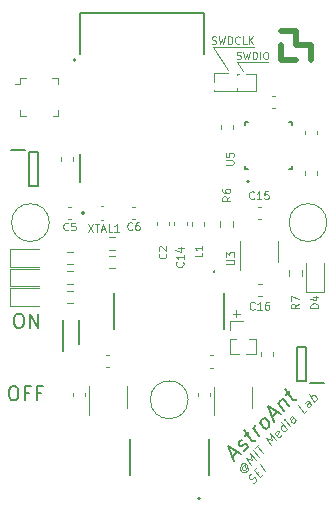
<source format=gbr>
%TF.GenerationSoftware,KiCad,Pcbnew,(5.1.8)-1*%
%TF.CreationDate,2021-09-07T20:43:03-04:00*%
%TF.ProjectId,mainboard_v1,6d61696e-626f-4617-9264-5f76312e6b69,rev?*%
%TF.SameCoordinates,Original*%
%TF.FileFunction,Legend,Top*%
%TF.FilePolarity,Positive*%
%FSLAX46Y46*%
G04 Gerber Fmt 4.6, Leading zero omitted, Abs format (unit mm)*
G04 Created by KiCad (PCBNEW (5.1.8)-1) date 2021-09-07 20:43:03*
%MOMM*%
%LPD*%
G01*
G04 APERTURE LIST*
%ADD10C,0.500000*%
%ADD11C,0.101600*%
%ADD12C,0.100000*%
%ADD13C,0.177800*%
%ADD14C,0.203200*%
%ADD15C,0.200000*%
%ADD16C,0.120000*%
%ADD17C,0.127000*%
G04 APERTURE END LIST*
D10*
X199500000Y-94250000D02*
X199500000Y-93000000D01*
X199500000Y-94250000D02*
X200750000Y-94250000D01*
X202000000Y-93000000D02*
X202000000Y-94250000D01*
X200750000Y-93000000D02*
X202000000Y-93000000D01*
X200750000Y-91750000D02*
X200750000Y-93000000D01*
X199500000Y-91750000D02*
X200750000Y-91750000D01*
D11*
X197170000Y-93140000D02*
X193710000Y-93140000D01*
X198350000Y-94370000D02*
X195770000Y-94370000D01*
X196280000Y-95160000D02*
X195780000Y-94380000D01*
X195000000Y-95060000D02*
X193710000Y-93150000D01*
D12*
X195365238Y-115727142D02*
X195974761Y-115727142D01*
X195670000Y-116031904D02*
X195670000Y-115422380D01*
X195714404Y-94117023D02*
X195805119Y-94147261D01*
X195956309Y-94147261D01*
X196016785Y-94117023D01*
X196047023Y-94086785D01*
X196077261Y-94026309D01*
X196077261Y-93965833D01*
X196047023Y-93905357D01*
X196016785Y-93875119D01*
X195956309Y-93844880D01*
X195835357Y-93814642D01*
X195774880Y-93784404D01*
X195744642Y-93754166D01*
X195714404Y-93693690D01*
X195714404Y-93633214D01*
X195744642Y-93572738D01*
X195774880Y-93542500D01*
X195835357Y-93512261D01*
X195986547Y-93512261D01*
X196077261Y-93542500D01*
X196288928Y-93512261D02*
X196440119Y-94147261D01*
X196561071Y-93693690D01*
X196682023Y-94147261D01*
X196833214Y-93512261D01*
X197075119Y-94147261D02*
X197075119Y-93512261D01*
X197226309Y-93512261D01*
X197317023Y-93542500D01*
X197377500Y-93602976D01*
X197407738Y-93663452D01*
X197437976Y-93784404D01*
X197437976Y-93875119D01*
X197407738Y-93996071D01*
X197377500Y-94056547D01*
X197317023Y-94117023D01*
X197226309Y-94147261D01*
X197075119Y-94147261D01*
X197710119Y-94147261D02*
X197710119Y-93512261D01*
X198133452Y-93512261D02*
X198254404Y-93512261D01*
X198314880Y-93542500D01*
X198375357Y-93602976D01*
X198405595Y-93723928D01*
X198405595Y-93935595D01*
X198375357Y-94056547D01*
X198314880Y-94117023D01*
X198254404Y-94147261D01*
X198133452Y-94147261D01*
X198072976Y-94117023D01*
X198012500Y-94056547D01*
X197982261Y-93935595D01*
X197982261Y-93723928D01*
X198012500Y-93602976D01*
X198072976Y-93542500D01*
X198133452Y-93512261D01*
X193616190Y-92837023D02*
X193706904Y-92867261D01*
X193858095Y-92867261D01*
X193918571Y-92837023D01*
X193948809Y-92806785D01*
X193979047Y-92746309D01*
X193979047Y-92685833D01*
X193948809Y-92625357D01*
X193918571Y-92595119D01*
X193858095Y-92564880D01*
X193737142Y-92534642D01*
X193676666Y-92504404D01*
X193646428Y-92474166D01*
X193616190Y-92413690D01*
X193616190Y-92353214D01*
X193646428Y-92292738D01*
X193676666Y-92262500D01*
X193737142Y-92232261D01*
X193888333Y-92232261D01*
X193979047Y-92262500D01*
X194190714Y-92232261D02*
X194341904Y-92867261D01*
X194462857Y-92413690D01*
X194583809Y-92867261D01*
X194735000Y-92232261D01*
X194976904Y-92867261D02*
X194976904Y-92232261D01*
X195128095Y-92232261D01*
X195218809Y-92262500D01*
X195279285Y-92322976D01*
X195309523Y-92383452D01*
X195339761Y-92504404D01*
X195339761Y-92595119D01*
X195309523Y-92716071D01*
X195279285Y-92776547D01*
X195218809Y-92837023D01*
X195128095Y-92867261D01*
X194976904Y-92867261D01*
X195974761Y-92806785D02*
X195944523Y-92837023D01*
X195853809Y-92867261D01*
X195793333Y-92867261D01*
X195702619Y-92837023D01*
X195642142Y-92776547D01*
X195611904Y-92716071D01*
X195581666Y-92595119D01*
X195581666Y-92504404D01*
X195611904Y-92383452D01*
X195642142Y-92322976D01*
X195702619Y-92262500D01*
X195793333Y-92232261D01*
X195853809Y-92232261D01*
X195944523Y-92262500D01*
X195974761Y-92292738D01*
X196549285Y-92867261D02*
X196246904Y-92867261D01*
X196246904Y-92232261D01*
X196760952Y-92867261D02*
X196760952Y-92232261D01*
X197123809Y-92867261D02*
X196851666Y-92504404D01*
X197123809Y-92232261D02*
X196760952Y-92595119D01*
D13*
X176727142Y-121842857D02*
X176955714Y-121842857D01*
X177070000Y-121900000D01*
X177184285Y-122014285D01*
X177241428Y-122242857D01*
X177241428Y-122642857D01*
X177184285Y-122871428D01*
X177070000Y-122985714D01*
X176955714Y-123042857D01*
X176727142Y-123042857D01*
X176612857Y-122985714D01*
X176498571Y-122871428D01*
X176441428Y-122642857D01*
X176441428Y-122242857D01*
X176498571Y-122014285D01*
X176612857Y-121900000D01*
X176727142Y-121842857D01*
X178155714Y-122414285D02*
X177755714Y-122414285D01*
X177755714Y-123042857D02*
X177755714Y-121842857D01*
X178327142Y-121842857D01*
X179184285Y-122414285D02*
X178784285Y-122414285D01*
X178784285Y-123042857D02*
X178784285Y-121842857D01*
X179355714Y-121842857D01*
X177157142Y-115702857D02*
X177385714Y-115702857D01*
X177500000Y-115760000D01*
X177614285Y-115874285D01*
X177671428Y-116102857D01*
X177671428Y-116502857D01*
X177614285Y-116731428D01*
X177500000Y-116845714D01*
X177385714Y-116902857D01*
X177157142Y-116902857D01*
X177042857Y-116845714D01*
X176928571Y-116731428D01*
X176871428Y-116502857D01*
X176871428Y-116102857D01*
X176928571Y-115874285D01*
X177042857Y-115760000D01*
X177157142Y-115702857D01*
X178185714Y-116902857D02*
X178185714Y-115702857D01*
X178871428Y-116902857D01*
X178871428Y-115702857D01*
D11*
X196380956Y-128563319D02*
X196332848Y-128560112D01*
X196259081Y-128582562D01*
X196207766Y-128633878D01*
X196178900Y-128714059D01*
X196175693Y-128768582D01*
X196194937Y-128851970D01*
X196239838Y-128909700D01*
X196310397Y-128941773D01*
X196358506Y-128944980D01*
X196432272Y-128922529D01*
X196483588Y-128871213D01*
X196512453Y-128791033D01*
X196515660Y-128736510D01*
X196336055Y-128505589D02*
X196515660Y-128736510D01*
X196563769Y-128739717D01*
X196589426Y-128714059D01*
X196618292Y-128633878D01*
X196599048Y-128550490D01*
X196486795Y-128406164D01*
X196368127Y-128370885D01*
X196246252Y-128390128D01*
X196121170Y-128463895D01*
X196040989Y-128595391D01*
X196008917Y-128730095D01*
X196024953Y-128868006D01*
X196089098Y-129009124D01*
X196204558Y-129098927D01*
X196323226Y-129134207D01*
X196445101Y-129114963D01*
X196570183Y-129041197D01*
X196650364Y-128909700D01*
X196682436Y-128774996D01*
X196964673Y-128492760D02*
X196493209Y-127886592D01*
X197009574Y-128139964D01*
X196852420Y-127527382D01*
X197323883Y-128133550D01*
X197580462Y-127876971D02*
X197108998Y-127270803D01*
X197288604Y-127091198D02*
X197596498Y-126783304D01*
X197914014Y-127543418D02*
X197442551Y-126937251D01*
X198658093Y-126799340D02*
X198186629Y-126193173D01*
X198702994Y-126446544D01*
X198545839Y-125833962D01*
X199017303Y-126440130D01*
X199456694Y-125949423D02*
X199427829Y-126029604D01*
X199325197Y-126132235D01*
X199251431Y-126154686D01*
X199180872Y-126122614D01*
X199001267Y-125891693D01*
X198982023Y-125808305D01*
X199010888Y-125728124D01*
X199113520Y-125625492D01*
X199187286Y-125603042D01*
X199257845Y-125635114D01*
X199302747Y-125692844D01*
X199091069Y-126007153D01*
X199966644Y-125490788D02*
X199495181Y-124884621D01*
X199944194Y-125461923D02*
X199915328Y-125542104D01*
X199812697Y-125644736D01*
X199738931Y-125667186D01*
X199690822Y-125663979D01*
X199620263Y-125631907D01*
X199485559Y-125458716D01*
X199466316Y-125375328D01*
X199469523Y-125320805D01*
X199498388Y-125240624D01*
X199601019Y-125137993D01*
X199674786Y-125115542D01*
X200223223Y-125234210D02*
X199908914Y-124830098D01*
X199751759Y-124628042D02*
X199748552Y-124682565D01*
X199796661Y-124685773D01*
X199799868Y-124631250D01*
X199751759Y-124628042D01*
X199796661Y-124685773D01*
X200710723Y-124746710D02*
X200463766Y-124429194D01*
X200393206Y-124397122D01*
X200319440Y-124419572D01*
X200216808Y-124522204D01*
X200187943Y-124602385D01*
X200688272Y-124717845D02*
X200659407Y-124798026D01*
X200531117Y-124926315D01*
X200457351Y-124948766D01*
X200386792Y-124916693D01*
X200341891Y-124858963D01*
X200322647Y-124775575D01*
X200351512Y-124695394D01*
X200479802Y-124567105D01*
X200508667Y-124486924D01*
X201634406Y-123823027D02*
X201377827Y-124079605D01*
X200906364Y-123473438D01*
X202044932Y-123412501D02*
X201797975Y-123094984D01*
X201727416Y-123062912D01*
X201653649Y-123085363D01*
X201551018Y-123187994D01*
X201522153Y-123268175D01*
X202022481Y-123383635D02*
X201993616Y-123463816D01*
X201865327Y-123592106D01*
X201791561Y-123614556D01*
X201721001Y-123582484D01*
X201676100Y-123524754D01*
X201656857Y-123441366D01*
X201685722Y-123361185D01*
X201814011Y-123232895D01*
X201842876Y-123152715D01*
X202301511Y-123155922D02*
X201830047Y-122549755D01*
X202009652Y-122780675D02*
X202038518Y-122700495D01*
X202141149Y-122597863D01*
X202214915Y-122575412D01*
X202263024Y-122578620D01*
X202333583Y-122610692D01*
X202468287Y-122783883D01*
X202487530Y-122867271D01*
X202484323Y-122921794D01*
X202455458Y-123001975D01*
X202352827Y-123104606D01*
X202279060Y-123127057D01*
X197103867Y-130062380D02*
X197203291Y-130014272D01*
X197331580Y-129885982D01*
X197360445Y-129805801D01*
X197363653Y-129751278D01*
X197344409Y-129667890D01*
X197299508Y-129610160D01*
X197228949Y-129578088D01*
X197180840Y-129574881D01*
X197107074Y-129597331D01*
X196981992Y-129671098D01*
X196908225Y-129693548D01*
X196860117Y-129690341D01*
X196789558Y-129658269D01*
X196744656Y-129600538D01*
X196725413Y-129517150D01*
X196728620Y-129462627D01*
X196757485Y-129382446D01*
X196885775Y-129254157D01*
X196985199Y-129206049D01*
X197418176Y-129234914D02*
X197597781Y-129055309D01*
X197921711Y-129295851D02*
X197665133Y-129552430D01*
X197193669Y-128946263D01*
X197450248Y-128689684D01*
X198152632Y-129064930D02*
X197681169Y-128458763D01*
D14*
X195345436Y-127843904D02*
X195773068Y-127416273D01*
X195484417Y-128218082D02*
X194997986Y-126908461D01*
X196083100Y-127619398D01*
X196302261Y-127314711D02*
X196425205Y-127277293D01*
X196596258Y-127106241D01*
X196644366Y-126972606D01*
X196612294Y-126833626D01*
X196574876Y-126785517D01*
X196457278Y-126732063D01*
X196334334Y-126769481D01*
X196206044Y-126897770D01*
X196083100Y-126935188D01*
X195965502Y-126881734D01*
X195928084Y-126833626D01*
X195896012Y-126694645D01*
X195944120Y-126561011D01*
X196072410Y-126432721D01*
X196195354Y-126395304D01*
X196457278Y-126047853D02*
X196799383Y-125705748D01*
X196323643Y-125582804D02*
X196997162Y-126448757D01*
X197114761Y-126502211D01*
X197237705Y-126464794D01*
X197323231Y-126379267D01*
X197622573Y-126079926D02*
X197098725Y-125406406D01*
X197248396Y-125598840D02*
X197216323Y-125459860D01*
X197221669Y-125368989D01*
X197269777Y-125235354D01*
X197355303Y-125149828D01*
X198306783Y-125395716D02*
X198183839Y-125433133D01*
X198103658Y-125427788D01*
X197986059Y-125374334D01*
X197761553Y-125085683D01*
X197729481Y-124946703D01*
X197734826Y-124855831D01*
X197782935Y-124722196D01*
X197911224Y-124593907D01*
X198034168Y-124556489D01*
X198114349Y-124561835D01*
X198231947Y-124615289D01*
X198456454Y-124903940D01*
X198488526Y-125042920D01*
X198483181Y-125133791D01*
X198435072Y-125267426D01*
X198306783Y-125395716D01*
X198723723Y-124465618D02*
X199151355Y-124037986D01*
X198862703Y-124839795D02*
X198376273Y-123530174D01*
X199461387Y-124241111D01*
X199236881Y-123268250D02*
X199760729Y-123941769D01*
X199311716Y-123364467D02*
X199317062Y-123273595D01*
X199365170Y-123139961D01*
X199493460Y-123011671D01*
X199616404Y-122974254D01*
X199734002Y-123027708D01*
X200145597Y-123556901D01*
X199921091Y-122584040D02*
X200263196Y-122241935D01*
X199787456Y-122118991D02*
X200460975Y-122984944D01*
X200578574Y-123038398D01*
X200701518Y-123000981D01*
X200787044Y-122915454D01*
D12*
%TO.C,S1*%
X177350000Y-95780000D02*
X177850000Y-95780000D01*
X177350000Y-96280000D02*
X176950000Y-96280000D01*
X177350000Y-95780000D02*
X177350000Y-96280000D01*
X180550000Y-95780000D02*
X180050000Y-95780000D01*
X180550000Y-95780000D02*
X180550000Y-96280000D01*
X180550000Y-98980000D02*
X180550000Y-98480000D01*
X180550000Y-98980000D02*
X180150000Y-98980000D01*
X177350000Y-98980000D02*
X177850000Y-98980000D01*
X177350000Y-98980000D02*
X177350000Y-98480000D01*
D15*
%TO.C,J6*%
X193810000Y-112200000D02*
X193810000Y-112200000D01*
X193810000Y-112100000D02*
X193810000Y-112100000D01*
X193810000Y-112200000D02*
X193810000Y-112200000D01*
X185325000Y-117000000D02*
X185325000Y-114000000D01*
X185325000Y-117000000D02*
X185325000Y-117000000D01*
X185325000Y-114000000D02*
X185325000Y-117000000D01*
X185325000Y-114000000D02*
X185325000Y-114000000D01*
X194675000Y-117000000D02*
X194675000Y-114000000D01*
X194675000Y-117000000D02*
X194675000Y-117000000D01*
X194675000Y-114000000D02*
X194675000Y-117000000D01*
X194675000Y-114000000D02*
X194675000Y-114000000D01*
X193810000Y-112100000D02*
G75*
G02*
X193810000Y-112200000I0J-50000D01*
G01*
X193810000Y-112200000D02*
G75*
G02*
X193810000Y-112100000I0J50000D01*
G01*
X193810000Y-112100000D02*
G75*
G02*
X193810000Y-112200000I0J-50000D01*
G01*
%TO.C,IC2*%
X203085000Y-121600000D02*
X201935000Y-121600000D01*
X201585000Y-118550000D02*
X201585000Y-121450000D01*
X200835000Y-118550000D02*
X201585000Y-118550000D01*
X200835000Y-121450000D02*
X200835000Y-118550000D01*
X201585000Y-121450000D02*
X200835000Y-121450000D01*
%TO.C,IC1*%
X176635000Y-101860000D02*
X177785000Y-101860000D01*
X178135000Y-104910000D02*
X178135000Y-102010000D01*
X178885000Y-104910000D02*
X178135000Y-104910000D01*
X178885000Y-102010000D02*
X178885000Y-104910000D01*
X178135000Y-102010000D02*
X178885000Y-102010000D01*
D12*
%TO.C,H1*%
X191600000Y-123000000D02*
G75*
G03*
X191600000Y-123000000I-1600000J0D01*
G01*
D16*
%TO.C,J4*%
X193830000Y-95310000D02*
X194960000Y-95310000D01*
X193830000Y-96070000D02*
X193830000Y-95310000D01*
X196537530Y-95375000D02*
X197360000Y-95375000D01*
X195720000Y-95375000D02*
X195922470Y-95375000D01*
X195720000Y-95506529D02*
X195720000Y-95375000D01*
X195720000Y-96776529D02*
X195720000Y-96633471D01*
X195523471Y-96830000D02*
X195666529Y-96830000D01*
X193830000Y-96830000D02*
X194396529Y-96830000D01*
X197360000Y-95375000D02*
X197360000Y-96765000D01*
X193830000Y-96830000D02*
X193830000Y-96765000D01*
X193830000Y-96830000D02*
X197360000Y-96830000D01*
D15*
%TO.C,C9*%
X180980000Y-116205000D02*
X180980000Y-118855000D01*
X182380000Y-118255000D02*
X182380000Y-116205000D01*
D16*
%TO.C,U7*%
X193770000Y-121880000D02*
X193770000Y-124330000D01*
X196990000Y-123680000D02*
X196990000Y-121880000D01*
%TO.C,C18*%
X192400000Y-122403733D02*
X192400000Y-122696267D01*
X193420000Y-122403733D02*
X193420000Y-122696267D01*
%TO.C,C17*%
X193423733Y-120270000D02*
X193716267Y-120270000D01*
X193423733Y-119250000D02*
X193716267Y-119250000D01*
D12*
%TO.C,XTAL1*%
X184210000Y-106580000D02*
X184410000Y-106580000D01*
X184210000Y-107780000D02*
X184410000Y-107780000D01*
D15*
X182710000Y-107080000D02*
X182710000Y-107080000D01*
X182710000Y-107280000D02*
X182710000Y-107280000D01*
X182710000Y-107080000D02*
G75*
G02*
X182710000Y-107280000I0J-100000D01*
G01*
X182710000Y-107280000D02*
G75*
G02*
X182710000Y-107080000I0J100000D01*
G01*
D16*
%TO.C,C16*%
X197523733Y-114200000D02*
X197816267Y-114200000D01*
X197523733Y-113180000D02*
X197816267Y-113180000D01*
%TO.C,C15*%
X197493733Y-107690000D02*
X197786267Y-107690000D01*
X197493733Y-106670000D02*
X197786267Y-106670000D01*
%TO.C,C14*%
X191470000Y-108236267D02*
X191470000Y-107943733D01*
X190450000Y-108236267D02*
X190450000Y-107943733D01*
D12*
%TO.C,H3*%
X203350000Y-108000000D02*
G75*
G03*
X203350000Y-108000000I-1600000J0D01*
G01*
%TO.C,H2*%
X179850000Y-108000000D02*
G75*
G03*
X179850000Y-108000000I-1600000J0D01*
G01*
D15*
%TO.C,J5*%
X192640000Y-131350000D02*
G75*
G03*
X192640000Y-131350000I-100000J0D01*
G01*
D17*
X193350000Y-126300000D02*
X193350000Y-129400000D01*
X186650000Y-129400000D02*
X186650000Y-126300000D01*
D16*
%TO.C,C12*%
X181820000Y-102453733D02*
X181820000Y-102746267D01*
X180800000Y-102453733D02*
X180800000Y-102746267D01*
%TO.C,C8*%
X198760000Y-118993733D02*
X198760000Y-119286267D01*
X197740000Y-118993733D02*
X197740000Y-119286267D01*
D15*
%TO.C,U5*%
X196780000Y-104500000D02*
G75*
G03*
X196780000Y-104500000I-100000J0D01*
G01*
D17*
X196691500Y-103500000D02*
X196430000Y-103500000D01*
X196430000Y-103500000D02*
X196430000Y-103238500D01*
X200430000Y-103238500D02*
X200430000Y-103500000D01*
X200430000Y-103500000D02*
X200168500Y-103500000D01*
X200168500Y-99500000D02*
X200430000Y-99500000D01*
X200430000Y-99500000D02*
X200430000Y-99761500D01*
X196430000Y-99761500D02*
X196430000Y-99500000D01*
X196430000Y-99500000D02*
X196691500Y-99500000D01*
D16*
%TO.C,C7*%
X195410000Y-99743733D02*
X195410000Y-100036267D01*
X194390000Y-99743733D02*
X194390000Y-100036267D01*
%TO.C,C4*%
X202490000Y-100233733D02*
X202490000Y-100526267D01*
X201470000Y-100233733D02*
X201470000Y-100526267D01*
%TO.C,C3*%
X201470000Y-103926267D02*
X201470000Y-103633733D01*
X202490000Y-103926267D02*
X202490000Y-103633733D01*
%TO.C,C1*%
X198663733Y-97310000D02*
X198956267Y-97310000D01*
X198663733Y-98330000D02*
X198956267Y-98330000D01*
%TO.C,U4*%
X186470000Y-123670000D02*
X186470000Y-121870000D01*
X183250000Y-121870000D02*
X183250000Y-124320000D01*
%TO.C,U3*%
X199190000Y-111360000D02*
X199190000Y-109560000D01*
X195970000Y-109560000D02*
X195970000Y-112010000D01*
D17*
%TO.C,U1*%
X182470000Y-93720000D02*
X182470000Y-90220000D01*
X182470000Y-90220000D02*
X192970000Y-90220000D01*
X192970000Y-90220000D02*
X192970000Y-93720000D01*
X182470000Y-102170000D02*
X182470000Y-104520000D01*
D15*
X182070000Y-94220000D02*
G75*
G03*
X182070000Y-94220000I-100000J0D01*
G01*
D16*
%TO.C,C2*%
X188930000Y-108236267D02*
X188930000Y-107943733D01*
X189950000Y-108236267D02*
X189950000Y-107943733D01*
%TO.C,C5*%
X181716267Y-107690000D02*
X181423733Y-107690000D01*
X181716267Y-106670000D02*
X181423733Y-106670000D01*
%TO.C,C6*%
X186823733Y-107690000D02*
X187116267Y-107690000D01*
X186823733Y-106670000D02*
X187116267Y-106670000D01*
%TO.C,C10*%
X184916267Y-120260000D02*
X184623733Y-120260000D01*
X184916267Y-119240000D02*
X184623733Y-119240000D01*
%TO.C,C11*%
X181860000Y-122393733D02*
X181860000Y-122686267D01*
X182880000Y-122393733D02*
X182880000Y-122686267D01*
%TO.C,D1*%
X176530000Y-111745000D02*
X178990000Y-111745000D01*
X176530000Y-110275000D02*
X176530000Y-111745000D01*
X178990000Y-110275000D02*
X176530000Y-110275000D01*
%TO.C,D2*%
X178990000Y-111925000D02*
X176530000Y-111925000D01*
X176530000Y-111925000D02*
X176530000Y-113395000D01*
X176530000Y-113395000D02*
X178990000Y-113395000D01*
%TO.C,D3*%
X176530000Y-115045000D02*
X178990000Y-115045000D01*
X176530000Y-113575000D02*
X176530000Y-115045000D01*
X178990000Y-113575000D02*
X176530000Y-113575000D01*
%TO.C,D4*%
X201605000Y-111410000D02*
X201605000Y-113870000D01*
X201605000Y-113870000D02*
X203075000Y-113870000D01*
X203075000Y-113870000D02*
X203075000Y-111410000D01*
%TO.C,J1*%
X195120000Y-116370000D02*
X196230000Y-116370000D01*
X195120000Y-117130000D02*
X195120000Y-116370000D01*
X196793471Y-117890000D02*
X197340000Y-117890000D01*
X195120000Y-117890000D02*
X195666529Y-117890000D01*
X197340000Y-117890000D02*
X197340000Y-119095000D01*
X195120000Y-117890000D02*
X195120000Y-119095000D01*
X196537530Y-119095000D02*
X197340000Y-119095000D01*
X195120000Y-119095000D02*
X195922470Y-119095000D01*
%TO.C,L1*%
X192990000Y-108261267D02*
X192990000Y-107918733D01*
X191970000Y-108261267D02*
X191970000Y-107918733D01*
%TO.C,R1*%
X185434724Y-110787500D02*
X184925276Y-110787500D01*
X185434724Y-111832500D02*
X184925276Y-111832500D01*
%TO.C,R2*%
X184925276Y-109247500D02*
X185434724Y-109247500D01*
X184925276Y-110292500D02*
X185434724Y-110292500D01*
%TO.C,R3*%
X181365276Y-111532500D02*
X181874724Y-111532500D01*
X181365276Y-110487500D02*
X181874724Y-110487500D01*
%TO.C,R4*%
X181365276Y-112137500D02*
X181874724Y-112137500D01*
X181365276Y-113182500D02*
X181874724Y-113182500D01*
%TO.C,R5*%
X181874724Y-114832500D02*
X181365276Y-114832500D01*
X181874724Y-113787500D02*
X181365276Y-113787500D01*
%TO.C,R6*%
X195362500Y-108354724D02*
X195362500Y-107845276D01*
X194317500Y-108354724D02*
X194317500Y-107845276D01*
%TO.C,R7*%
X200167500Y-112487224D02*
X200167500Y-111977776D01*
X201212500Y-112487224D02*
X201212500Y-111977776D01*
%TO.C,XTAL1*%
D11*
X183103476Y-108098352D02*
X183543742Y-108758752D01*
X183543742Y-108098352D02*
X183103476Y-108758752D01*
X183700980Y-108098352D02*
X184078352Y-108098352D01*
X183889666Y-108758752D02*
X183889666Y-108098352D01*
X184267038Y-108570066D02*
X184581514Y-108570066D01*
X184204142Y-108758752D02*
X184424276Y-108098352D01*
X184644409Y-108758752D01*
X185179019Y-108758752D02*
X184864542Y-108758752D01*
X184864542Y-108098352D01*
X185745076Y-108758752D02*
X185367704Y-108758752D01*
X185556390Y-108758752D02*
X185556390Y-108098352D01*
X185493495Y-108192695D01*
X185430600Y-108255590D01*
X185367704Y-108287038D01*
%TO.C,C16*%
X197225457Y-115315857D02*
X197194009Y-115347304D01*
X197099666Y-115378752D01*
X197036771Y-115378752D01*
X196942428Y-115347304D01*
X196879533Y-115284409D01*
X196848085Y-115221514D01*
X196816638Y-115095723D01*
X196816638Y-115001380D01*
X196848085Y-114875590D01*
X196879533Y-114812695D01*
X196942428Y-114749800D01*
X197036771Y-114718352D01*
X197099666Y-114718352D01*
X197194009Y-114749800D01*
X197225457Y-114781247D01*
X197854409Y-115378752D02*
X197477038Y-115378752D01*
X197665723Y-115378752D02*
X197665723Y-114718352D01*
X197602828Y-114812695D01*
X197539933Y-114875590D01*
X197477038Y-114907038D01*
X198420466Y-114718352D02*
X198294676Y-114718352D01*
X198231780Y-114749800D01*
X198200333Y-114781247D01*
X198137438Y-114875590D01*
X198105990Y-115001380D01*
X198105990Y-115252961D01*
X198137438Y-115315857D01*
X198168885Y-115347304D01*
X198231780Y-115378752D01*
X198357571Y-115378752D01*
X198420466Y-115347304D01*
X198451914Y-115315857D01*
X198483361Y-115252961D01*
X198483361Y-115095723D01*
X198451914Y-115032828D01*
X198420466Y-115001380D01*
X198357571Y-114969933D01*
X198231780Y-114969933D01*
X198168885Y-115001380D01*
X198137438Y-115032828D01*
X198105990Y-115095723D01*
%TO.C,C15*%
X197175457Y-105945857D02*
X197144009Y-105977304D01*
X197049666Y-106008752D01*
X196986771Y-106008752D01*
X196892428Y-105977304D01*
X196829533Y-105914409D01*
X196798085Y-105851514D01*
X196766638Y-105725723D01*
X196766638Y-105631380D01*
X196798085Y-105505590D01*
X196829533Y-105442695D01*
X196892428Y-105379800D01*
X196986771Y-105348352D01*
X197049666Y-105348352D01*
X197144009Y-105379800D01*
X197175457Y-105411247D01*
X197804409Y-106008752D02*
X197427038Y-106008752D01*
X197615723Y-106008752D02*
X197615723Y-105348352D01*
X197552828Y-105442695D01*
X197489933Y-105505590D01*
X197427038Y-105537038D01*
X198401914Y-105348352D02*
X198087438Y-105348352D01*
X198055990Y-105662828D01*
X198087438Y-105631380D01*
X198150333Y-105599933D01*
X198307571Y-105599933D01*
X198370466Y-105631380D01*
X198401914Y-105662828D01*
X198433361Y-105725723D01*
X198433361Y-105882961D01*
X198401914Y-105945857D01*
X198370466Y-105977304D01*
X198307571Y-106008752D01*
X198150333Y-106008752D01*
X198087438Y-105977304D01*
X198055990Y-105945857D01*
%TO.C,C14*%
X191155857Y-111344542D02*
X191187304Y-111375990D01*
X191218752Y-111470333D01*
X191218752Y-111533228D01*
X191187304Y-111627571D01*
X191124409Y-111690466D01*
X191061514Y-111721914D01*
X190935723Y-111753361D01*
X190841380Y-111753361D01*
X190715590Y-111721914D01*
X190652695Y-111690466D01*
X190589800Y-111627571D01*
X190558352Y-111533228D01*
X190558352Y-111470333D01*
X190589800Y-111375990D01*
X190621247Y-111344542D01*
X191218752Y-110715590D02*
X191218752Y-111092961D01*
X191218752Y-110904276D02*
X190558352Y-110904276D01*
X190652695Y-110967171D01*
X190715590Y-111030066D01*
X190747038Y-111092961D01*
X190778485Y-110149533D02*
X191218752Y-110149533D01*
X190526904Y-110306771D02*
X190998619Y-110464009D01*
X190998619Y-110055190D01*
%TO.C,U5*%
X194788352Y-103103161D02*
X195322961Y-103103161D01*
X195385857Y-103071714D01*
X195417304Y-103040266D01*
X195448752Y-102977371D01*
X195448752Y-102851580D01*
X195417304Y-102788685D01*
X195385857Y-102757238D01*
X195322961Y-102725790D01*
X194788352Y-102725790D01*
X194788352Y-102096838D02*
X194788352Y-102411314D01*
X195102828Y-102442761D01*
X195071380Y-102411314D01*
X195039933Y-102348419D01*
X195039933Y-102191180D01*
X195071380Y-102128285D01*
X195102828Y-102096838D01*
X195165723Y-102065390D01*
X195322961Y-102065390D01*
X195385857Y-102096838D01*
X195417304Y-102128285D01*
X195448752Y-102191180D01*
X195448752Y-102348419D01*
X195417304Y-102411314D01*
X195385857Y-102442761D01*
%TO.C,U3*%
X194848352Y-111523161D02*
X195382961Y-111523161D01*
X195445857Y-111491714D01*
X195477304Y-111460266D01*
X195508752Y-111397371D01*
X195508752Y-111271580D01*
X195477304Y-111208685D01*
X195445857Y-111177238D01*
X195382961Y-111145790D01*
X194848352Y-111145790D01*
X194848352Y-110894209D02*
X194848352Y-110485390D01*
X195099933Y-110705523D01*
X195099933Y-110611180D01*
X195131380Y-110548285D01*
X195162828Y-110516838D01*
X195225723Y-110485390D01*
X195382961Y-110485390D01*
X195445857Y-110516838D01*
X195477304Y-110548285D01*
X195508752Y-110611180D01*
X195508752Y-110799866D01*
X195477304Y-110862761D01*
X195445857Y-110894209D01*
%TO.C,C2*%
X189695857Y-110620066D02*
X189727304Y-110651514D01*
X189758752Y-110745857D01*
X189758752Y-110808752D01*
X189727304Y-110903095D01*
X189664409Y-110965990D01*
X189601514Y-110997438D01*
X189475723Y-111028885D01*
X189381380Y-111028885D01*
X189255590Y-110997438D01*
X189192695Y-110965990D01*
X189129800Y-110903095D01*
X189098352Y-110808752D01*
X189098352Y-110745857D01*
X189129800Y-110651514D01*
X189161247Y-110620066D01*
X189161247Y-110368485D02*
X189129800Y-110337038D01*
X189098352Y-110274142D01*
X189098352Y-110116904D01*
X189129800Y-110054009D01*
X189161247Y-110022561D01*
X189224142Y-109991114D01*
X189287038Y-109991114D01*
X189381380Y-110022561D01*
X189758752Y-110399933D01*
X189758752Y-109991114D01*
%TO.C,C5*%
X181439933Y-108595857D02*
X181408485Y-108627304D01*
X181314142Y-108658752D01*
X181251247Y-108658752D01*
X181156904Y-108627304D01*
X181094009Y-108564409D01*
X181062561Y-108501514D01*
X181031114Y-108375723D01*
X181031114Y-108281380D01*
X181062561Y-108155590D01*
X181094009Y-108092695D01*
X181156904Y-108029800D01*
X181251247Y-107998352D01*
X181314142Y-107998352D01*
X181408485Y-108029800D01*
X181439933Y-108061247D01*
X182037438Y-107998352D02*
X181722961Y-107998352D01*
X181691514Y-108312828D01*
X181722961Y-108281380D01*
X181785857Y-108249933D01*
X181943095Y-108249933D01*
X182005990Y-108281380D01*
X182037438Y-108312828D01*
X182068885Y-108375723D01*
X182068885Y-108532961D01*
X182037438Y-108595857D01*
X182005990Y-108627304D01*
X181943095Y-108658752D01*
X181785857Y-108658752D01*
X181722961Y-108627304D01*
X181691514Y-108595857D01*
%TO.C,C6*%
X186869933Y-108575857D02*
X186838485Y-108607304D01*
X186744142Y-108638752D01*
X186681247Y-108638752D01*
X186586904Y-108607304D01*
X186524009Y-108544409D01*
X186492561Y-108481514D01*
X186461114Y-108355723D01*
X186461114Y-108261380D01*
X186492561Y-108135590D01*
X186524009Y-108072695D01*
X186586904Y-108009800D01*
X186681247Y-107978352D01*
X186744142Y-107978352D01*
X186838485Y-108009800D01*
X186869933Y-108041247D01*
X187435990Y-107978352D02*
X187310200Y-107978352D01*
X187247304Y-108009800D01*
X187215857Y-108041247D01*
X187152961Y-108135590D01*
X187121514Y-108261380D01*
X187121514Y-108512961D01*
X187152961Y-108575857D01*
X187184409Y-108607304D01*
X187247304Y-108638752D01*
X187373095Y-108638752D01*
X187435990Y-108607304D01*
X187467438Y-108575857D01*
X187498885Y-108512961D01*
X187498885Y-108355723D01*
X187467438Y-108292828D01*
X187435990Y-108261380D01*
X187373095Y-108229933D01*
X187247304Y-108229933D01*
X187184409Y-108261380D01*
X187152961Y-108292828D01*
X187121514Y-108355723D01*
%TO.C,D4*%
X202618752Y-115217438D02*
X201958352Y-115217438D01*
X201958352Y-115060200D01*
X201989800Y-114965857D01*
X202052695Y-114902961D01*
X202115590Y-114871514D01*
X202241380Y-114840066D01*
X202335723Y-114840066D01*
X202461514Y-114871514D01*
X202524409Y-114902961D01*
X202587304Y-114965857D01*
X202618752Y-115060200D01*
X202618752Y-115217438D01*
X202178485Y-114274009D02*
X202618752Y-114274009D01*
X201926904Y-114431247D02*
X202398619Y-114588485D01*
X202398619Y-114179666D01*
%TO.C,L1*%
X192808752Y-110530066D02*
X192808752Y-110844542D01*
X192148352Y-110844542D01*
X192808752Y-109964009D02*
X192808752Y-110341380D01*
X192808752Y-110152695D02*
X192148352Y-110152695D01*
X192242695Y-110215590D01*
X192305590Y-110278485D01*
X192337038Y-110341380D01*
%TO.C,R6*%
X195168752Y-105760066D02*
X194854276Y-105980200D01*
X195168752Y-106137438D02*
X194508352Y-106137438D01*
X194508352Y-105885857D01*
X194539800Y-105822961D01*
X194571247Y-105791514D01*
X194634142Y-105760066D01*
X194728485Y-105760066D01*
X194791380Y-105791514D01*
X194822828Y-105822961D01*
X194854276Y-105885857D01*
X194854276Y-106137438D01*
X194508352Y-105194009D02*
X194508352Y-105319800D01*
X194539800Y-105382695D01*
X194571247Y-105414142D01*
X194665590Y-105477038D01*
X194791380Y-105508485D01*
X195042961Y-105508485D01*
X195105857Y-105477038D01*
X195137304Y-105445590D01*
X195168752Y-105382695D01*
X195168752Y-105256904D01*
X195137304Y-105194009D01*
X195105857Y-105162561D01*
X195042961Y-105131114D01*
X194885723Y-105131114D01*
X194822828Y-105162561D01*
X194791380Y-105194009D01*
X194759933Y-105256904D01*
X194759933Y-105382695D01*
X194791380Y-105445590D01*
X194822828Y-105477038D01*
X194885723Y-105508485D01*
%TO.C,R7*%
X200978752Y-114880066D02*
X200664276Y-115100200D01*
X200978752Y-115257438D02*
X200318352Y-115257438D01*
X200318352Y-115005857D01*
X200349800Y-114942961D01*
X200381247Y-114911514D01*
X200444142Y-114880066D01*
X200538485Y-114880066D01*
X200601380Y-114911514D01*
X200632828Y-114942961D01*
X200664276Y-115005857D01*
X200664276Y-115257438D01*
X200318352Y-114659933D02*
X200318352Y-114219666D01*
X200978752Y-114502695D01*
%TD*%
M02*

</source>
